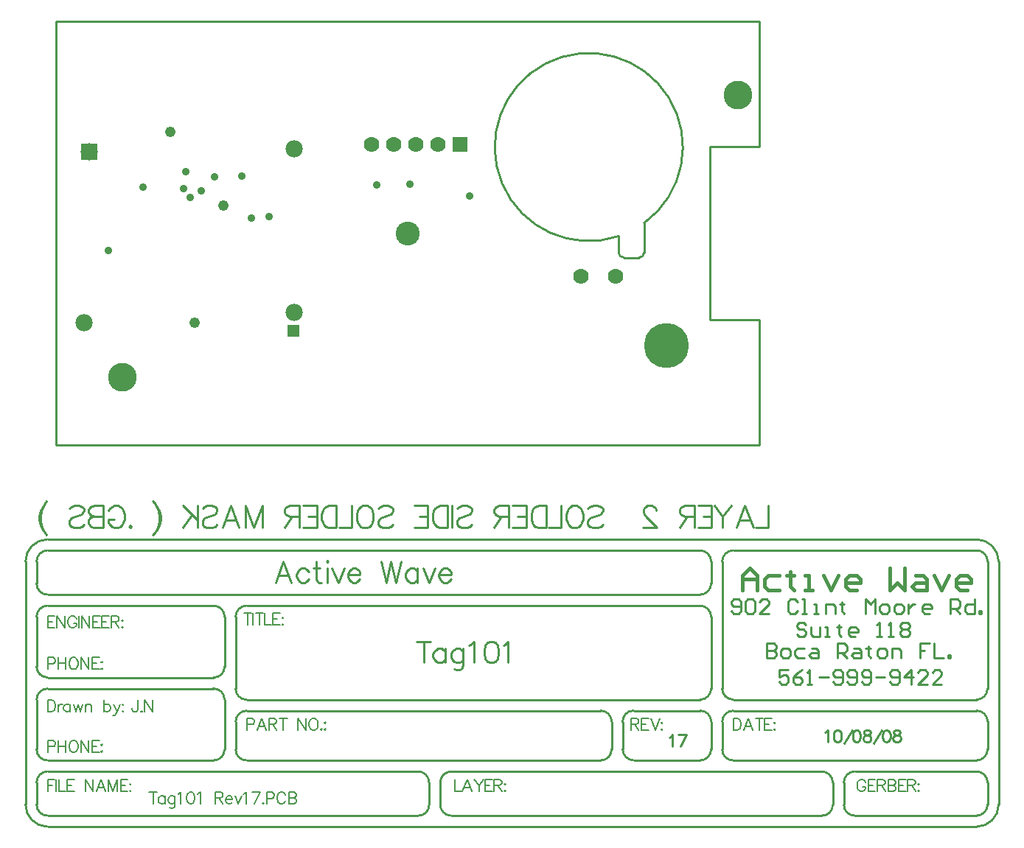
<source format=gbs>
%FSLAX23Y23*%
%MOIN*%
G70*
G01*
G75*
G04 Layer_Color=16711935*
%ADD10R,0.080X0.060*%
%ADD11R,0.091X0.067*%
%ADD12R,0.030X0.030*%
%ADD13R,0.030X0.030*%
%ADD14R,0.024X0.024*%
%ADD15R,0.098X0.138*%
%ADD16R,0.020X0.050*%
%ADD17R,0.080X0.120*%
%ADD18R,0.070X0.100*%
%ADD19R,0.100X0.070*%
%ADD20O,0.016X0.060*%
%ADD21R,0.014X0.035*%
%ADD22R,0.025X0.030*%
%ADD23R,0.100X0.100*%
%ADD24R,0.064X0.044*%
%ADD25R,0.014X0.035*%
%ADD26R,0.090X0.024*%
%ADD27R,0.024X0.100*%
%ADD28R,0.070X0.024*%
%ADD29R,0.024X0.090*%
%ADD30O,0.016X0.060*%
%ADD31R,0.075X0.043*%
%ADD32R,0.036X0.036*%
%ADD33R,0.036X0.050*%
%ADD34C,0.040*%
%ADD35R,0.074X0.045*%
%ADD36R,0.036X0.036*%
%ADD37R,0.050X0.036*%
%ADD38O,0.024X0.080*%
%ADD39C,0.015*%
%ADD40C,0.040*%
%ADD41C,0.006*%
%ADD42C,0.025*%
%ADD43C,0.010*%
%ADD44C,0.030*%
%ADD45C,0.012*%
%ADD46C,0.016*%
%ADD47C,0.014*%
%ADD48C,0.020*%
%ADD49C,0.008*%
%ADD50C,0.074*%
%ADD51C,0.005*%
%ADD52C,0.009*%
%ADD53C,0.062*%
%ADD54C,0.195*%
%ADD55C,0.070*%
%ADD56C,0.100*%
%ADD57C,0.122*%
%ADD58R,0.050X0.050*%
%ADD59C,0.028*%
%ADD60R,0.070X0.070*%
%ADD61R,0.062X0.062*%
%ADD62C,0.006*%
%ADD63C,0.010*%
%ADD64R,0.273X0.018*%
%ADD65R,0.088X0.068*%
%ADD66R,0.099X0.075*%
%ADD67R,0.038X0.038*%
%ADD68R,0.038X0.038*%
%ADD69R,0.032X0.032*%
%ADD70R,0.106X0.146*%
%ADD71R,0.028X0.058*%
%ADD72R,0.088X0.128*%
%ADD73R,0.078X0.108*%
%ADD74R,0.108X0.078*%
%ADD75O,0.024X0.068*%
%ADD76R,0.022X0.043*%
%ADD77R,0.033X0.038*%
%ADD78R,0.108X0.108*%
%ADD79R,0.072X0.052*%
%ADD80R,0.022X0.043*%
%ADD81R,0.098X0.032*%
%ADD82R,0.032X0.108*%
%ADD83R,0.078X0.032*%
%ADD84R,0.032X0.098*%
%ADD85O,0.024X0.068*%
%ADD86R,0.083X0.051*%
%ADD87R,0.044X0.044*%
%ADD88R,0.044X0.058*%
%ADD89C,0.048*%
%ADD90R,0.082X0.053*%
%ADD91R,0.044X0.044*%
%ADD92R,0.058X0.044*%
%ADD93O,0.032X0.088*%
%ADD94C,0.203*%
%ADD95C,0.078*%
%ADD96C,0.108*%
%ADD97C,0.130*%
%ADD98C,0.008*%
%ADD99R,0.008X0.008*%
%ADD100R,0.058X0.058*%
%ADD101C,0.036*%
%ADD102R,0.078X0.078*%
D39*
X3053Y-708D02*
Y-641D01*
X3086Y-608D01*
X3119Y-641D01*
Y-708D01*
Y-658D01*
X3053D01*
X3219Y-641D02*
X3169D01*
X3152Y-658D01*
Y-691D01*
X3169Y-708D01*
X3219D01*
X3269Y-625D02*
Y-641D01*
X3252D01*
X3286D01*
X3269D01*
Y-691D01*
X3286Y-708D01*
X3336D02*
X3369D01*
X3352D01*
Y-641D01*
X3336D01*
X3419D02*
X3452Y-708D01*
X3486Y-641D01*
X3569Y-708D02*
X3536D01*
X3519Y-691D01*
Y-658D01*
X3536Y-641D01*
X3569D01*
X3586Y-658D01*
Y-675D01*
X3519D01*
X3719Y-608D02*
Y-708D01*
X3752Y-675D01*
X3786Y-708D01*
Y-608D01*
X3836Y-641D02*
X3869D01*
X3886Y-658D01*
Y-708D01*
X3836D01*
X3819Y-691D01*
X3836Y-675D01*
X3886D01*
X3919Y-641D02*
X3952Y-708D01*
X3986Y-641D01*
X4069Y-708D02*
X4036D01*
X4019Y-691D01*
Y-658D01*
X4036Y-641D01*
X4069D01*
X4086Y-658D01*
Y-675D01*
X4019D01*
D43*
X3170Y-325D02*
Y-425D01*
X3113D01*
X3026D02*
X3064Y-325D01*
X3102Y-425D01*
X3088Y-392D02*
X3040D01*
X3002Y-325D02*
X2964Y-373D01*
Y-425D01*
X2926Y-325D02*
X2964Y-373D01*
X2851Y-325D02*
X2913D01*
Y-425D01*
X2851D01*
X2913Y-373D02*
X2875D01*
X2835Y-325D02*
Y-425D01*
Y-325D02*
X2792D01*
X2778Y-330D01*
X2773Y-335D01*
X2768Y-344D01*
Y-354D01*
X2773Y-363D01*
X2778Y-368D01*
X2792Y-373D01*
X2835D01*
X2802D02*
X2768Y-425D01*
X2662Y-349D02*
Y-344D01*
X2658Y-335D01*
X2653Y-330D01*
X2643Y-325D01*
X2624D01*
X2615Y-330D01*
X2610Y-335D01*
X2605Y-344D01*
Y-354D01*
X2610Y-363D01*
X2620Y-377D01*
X2667Y-425D01*
X2601D01*
X2354Y-339D02*
X2364Y-330D01*
X2378Y-325D01*
X2397D01*
X2412Y-330D01*
X2421Y-339D01*
Y-349D01*
X2416Y-358D01*
X2412Y-363D01*
X2402Y-368D01*
X2374Y-377D01*
X2364Y-382D01*
X2359Y-387D01*
X2354Y-396D01*
Y-411D01*
X2364Y-420D01*
X2378Y-425D01*
X2397D01*
X2412Y-420D01*
X2421Y-411D01*
X2304Y-325D02*
X2313Y-330D01*
X2323Y-339D01*
X2327Y-349D01*
X2332Y-363D01*
Y-387D01*
X2327Y-401D01*
X2323Y-411D01*
X2313Y-420D01*
X2304Y-425D01*
X2284D01*
X2275Y-420D01*
X2265Y-411D01*
X2261Y-401D01*
X2256Y-387D01*
Y-363D01*
X2261Y-349D01*
X2265Y-339D01*
X2275Y-330D01*
X2284Y-325D01*
X2304D01*
X2233D02*
Y-425D01*
X2175D01*
X2165Y-325D02*
Y-425D01*
Y-325D02*
X2131D01*
X2117Y-330D01*
X2107Y-339D01*
X2103Y-349D01*
X2098Y-363D01*
Y-387D01*
X2103Y-401D01*
X2107Y-411D01*
X2117Y-420D01*
X2131Y-425D01*
X2165D01*
X2014Y-325D02*
X2075D01*
Y-425D01*
X2014D01*
X2075Y-373D02*
X2037D01*
X1997Y-325D02*
Y-425D01*
Y-325D02*
X1954D01*
X1940Y-330D01*
X1935Y-335D01*
X1930Y-344D01*
Y-354D01*
X1935Y-363D01*
X1940Y-368D01*
X1954Y-373D01*
X1997D01*
X1964D02*
X1930Y-425D01*
X1763Y-339D02*
X1772Y-330D01*
X1786Y-325D01*
X1806D01*
X1820Y-330D01*
X1829Y-339D01*
Y-349D01*
X1825Y-358D01*
X1820Y-363D01*
X1810Y-368D01*
X1782Y-377D01*
X1772Y-382D01*
X1767Y-387D01*
X1763Y-396D01*
Y-411D01*
X1772Y-420D01*
X1786Y-425D01*
X1806D01*
X1820Y-420D01*
X1829Y-411D01*
X1740Y-325D02*
Y-425D01*
X1719Y-325D02*
Y-425D01*
Y-325D02*
X1686D01*
X1672Y-330D01*
X1662Y-339D01*
X1657Y-349D01*
X1653Y-363D01*
Y-387D01*
X1657Y-401D01*
X1662Y-411D01*
X1672Y-420D01*
X1686Y-425D01*
X1719D01*
X1568Y-325D02*
X1630D01*
Y-425D01*
X1568D01*
X1630Y-373D02*
X1592D01*
X1407Y-339D02*
X1416Y-330D01*
X1430Y-325D01*
X1449D01*
X1464Y-330D01*
X1473Y-339D01*
Y-349D01*
X1468Y-358D01*
X1464Y-363D01*
X1454Y-368D01*
X1426Y-377D01*
X1416Y-382D01*
X1411Y-387D01*
X1407Y-396D01*
Y-411D01*
X1416Y-420D01*
X1430Y-425D01*
X1449D01*
X1464Y-420D01*
X1473Y-411D01*
X1356Y-325D02*
X1365Y-330D01*
X1375Y-339D01*
X1379Y-349D01*
X1384Y-363D01*
Y-387D01*
X1379Y-401D01*
X1375Y-411D01*
X1365Y-420D01*
X1356Y-425D01*
X1337D01*
X1327Y-420D01*
X1318Y-411D01*
X1313Y-401D01*
X1308Y-387D01*
Y-363D01*
X1313Y-349D01*
X1318Y-339D01*
X1327Y-330D01*
X1337Y-325D01*
X1356D01*
X1285D02*
Y-425D01*
X1228D01*
X1217Y-325D02*
Y-425D01*
Y-325D02*
X1183D01*
X1169Y-330D01*
X1159Y-339D01*
X1155Y-349D01*
X1150Y-363D01*
Y-387D01*
X1155Y-401D01*
X1159Y-411D01*
X1169Y-420D01*
X1183Y-425D01*
X1217D01*
X1066Y-325D02*
X1128D01*
Y-425D01*
X1066D01*
X1128Y-373D02*
X1089D01*
X1049Y-325D02*
Y-425D01*
Y-325D02*
X1006D01*
X992Y-330D01*
X987Y-335D01*
X982Y-344D01*
Y-354D01*
X987Y-363D01*
X992Y-368D01*
X1006Y-373D01*
X1049D01*
X1016D02*
X982Y-425D01*
X881Y-325D02*
Y-425D01*
Y-325D02*
X843Y-425D01*
X805Y-325D02*
X843Y-425D01*
X805Y-325D02*
Y-425D01*
X701D02*
X739Y-325D01*
X777Y-425D01*
X762Y-392D02*
X715D01*
X611Y-339D02*
X620Y-330D01*
X634Y-325D01*
X653D01*
X668Y-330D01*
X677Y-339D01*
Y-349D01*
X672Y-358D01*
X668Y-363D01*
X658Y-368D01*
X630Y-377D01*
X620Y-382D01*
X615Y-387D01*
X611Y-396D01*
Y-411D01*
X620Y-420D01*
X634Y-425D01*
X653D01*
X668Y-420D01*
X677Y-411D01*
X588Y-325D02*
Y-425D01*
X522Y-325D02*
X588Y-392D01*
X564Y-368D02*
X522Y-425D01*
X387Y-306D02*
X397Y-315D01*
X406Y-330D01*
X416Y-349D01*
X421Y-373D01*
Y-392D01*
X416Y-415D01*
X406Y-435D01*
X397Y-449D01*
X387Y-458D01*
X397Y-315D02*
X406Y-335D01*
X411Y-349D01*
X416Y-373D01*
Y-392D01*
X411Y-415D01*
X406Y-430D01*
X397Y-449D01*
X285Y-415D02*
X290Y-420D01*
X285Y-425D01*
X280Y-420D01*
X285Y-415D01*
X187Y-349D02*
X192Y-339D01*
X201Y-330D01*
X211Y-325D01*
X230D01*
X239Y-330D01*
X249Y-339D01*
X253Y-349D01*
X258Y-363D01*
Y-387D01*
X253Y-401D01*
X249Y-411D01*
X239Y-420D01*
X230Y-425D01*
X211D01*
X201Y-420D01*
X192Y-411D01*
X187Y-401D01*
Y-387D01*
X211D02*
X187D01*
X164Y-325D02*
Y-425D01*
Y-325D02*
X121D01*
X107Y-330D01*
X102Y-335D01*
X97Y-344D01*
Y-354D01*
X102Y-363D01*
X107Y-368D01*
X121Y-373D01*
X164D02*
X121D01*
X107Y-377D01*
X102Y-382D01*
X97Y-392D01*
Y-406D01*
X102Y-415D01*
X107Y-420D01*
X121Y-425D01*
X164D01*
X8Y-339D02*
X18Y-330D01*
X32Y-325D01*
X51D01*
X65Y-330D01*
X75Y-339D01*
Y-349D01*
X70Y-358D01*
X65Y-363D01*
X56Y-368D01*
X27Y-377D01*
X18Y-382D01*
X13Y-387D01*
X8Y-396D01*
Y-411D01*
X18Y-420D01*
X32Y-425D01*
X51D01*
X65Y-420D01*
X75Y-411D01*
X-93Y-306D02*
X-102Y-315D01*
X-112Y-330D01*
X-121Y-349D01*
X-126Y-373D01*
Y-392D01*
X-121Y-415D01*
X-112Y-435D01*
X-102Y-449D01*
X-93Y-458D01*
X-102Y-315D02*
X-112Y-335D01*
X-116Y-349D01*
X-121Y-373D01*
Y-392D01*
X-116Y-415D01*
X-112Y-430D01*
X-102Y-449D01*
X2493Y820D02*
G03*
X2516Y797I23J0D01*
G01*
X2585D02*
G03*
X2608Y820I0J23D01*
G01*
X2608Y953D02*
G03*
X2493Y894I-250J344D01*
G01*
X2493Y820D02*
Y894D01*
X2516Y797D02*
X2585D01*
X2608Y820D02*
Y953D01*
X-50Y1865D02*
X3130D01*
Y1300D02*
Y1865D01*
X2905Y620D02*
Y1229D01*
X3130Y-50D02*
Y514D01*
X-50Y-50D02*
X3130D01*
X-50D02*
Y1865D01*
X2990Y514D02*
X3130D01*
X2905D02*
Y630D01*
Y514D02*
X3020D01*
X2905Y1215D02*
Y1300D01*
X3130D01*
X4161Y-1302D02*
G03*
X4112Y-1253I-49J0D01*
G01*
X3011D02*
G03*
X2961Y-1303I0J-50D01*
G01*
X4111Y-1203D02*
G03*
X4161Y-1153I0J50D01*
G01*
X2961D02*
G03*
X3011Y-1203I50J0D01*
G01*
X-89Y-478D02*
G03*
X-189Y-578I0J-100D01*
G01*
Y-1677D02*
G03*
X-90Y-1778I101J0D01*
G01*
X4111Y-1778D02*
G03*
X4211Y-1678I0J100D01*
G01*
Y-578D02*
G03*
X4111Y-478I-100J0D01*
G01*
X4161Y-577D02*
G03*
X4110Y-528I-49J0D01*
G01*
X4111Y-1478D02*
G03*
X4161Y-1428I0J50D01*
G01*
X4161Y-1577D02*
G03*
X4111Y-1528I-50J-1D01*
G01*
Y-1728D02*
G03*
X4161Y-1678I0J50D01*
G01*
X2861Y-1478D02*
G03*
X2911Y-1428I0J50D01*
G01*
X2961Y-1429D02*
G03*
X3011Y-1478I49J0D01*
G01*
X2911Y-1302D02*
G03*
X2862Y-1253I-49J0D01*
G01*
X-139Y-1678D02*
G03*
X-90Y-1728I50J0D01*
G01*
X2862Y-1203D02*
G03*
X2911Y-1153I-1J50D01*
G01*
X-89Y-1528D02*
G03*
X-139Y-1578I0J-50D01*
G01*
X2911Y-828D02*
G03*
X2861Y-778I-50J0D01*
G01*
Y-728D02*
G03*
X2911Y-678I0J50D01*
G01*
X3011Y-528D02*
G03*
X2961Y-578I0J-50D01*
G01*
X2911D02*
G03*
X2861Y-528I-50J0D01*
G01*
X-89D02*
G03*
X-139Y-578I0J-50D01*
G01*
Y-678D02*
G03*
X-89Y-728I50J0D01*
G01*
Y-778D02*
G03*
X-139Y-828I0J-50D01*
G01*
Y-1053D02*
G03*
X-89Y-1103I50J0D01*
G01*
Y-1153D02*
G03*
X-139Y-1203I0J-50D01*
G01*
Y-1428D02*
G03*
X-90Y-1478I50J0D01*
G01*
X811Y-778D02*
G03*
X761Y-828I0J-50D01*
G01*
X811Y-1253D02*
G03*
X761Y-1303I0J-50D01*
G01*
X2559Y-1253D02*
G03*
X2511Y-1304I0J-48D01*
G01*
X2511Y-1427D02*
G03*
X2561Y-1478I51J0D01*
G01*
X2412Y-1478D02*
G03*
X2461Y-1428I0J49D01*
G01*
X2461Y-1302D02*
G03*
X2412Y-1253I-49J0D01*
G01*
X662Y-1478D02*
G03*
X711Y-1429I0J49D01*
G01*
X761D02*
G03*
X810Y-1478I49J0D01*
G01*
X761Y-1154D02*
G03*
X810Y-1203I49J0D01*
G01*
X711Y-1202D02*
G03*
X660Y-1153I-49J0D01*
G01*
X663Y-1103D02*
G03*
X711Y-1055I0J48D01*
G01*
Y-827D02*
G03*
X662Y-778I-49J0D01*
G01*
X3561Y-1528D02*
G03*
X3511Y-1578I0J-50D01*
G01*
Y-1679D02*
G03*
X3561Y-1728I49J0D01*
G01*
X3412Y-1728D02*
G03*
X3461Y-1679I1J48D01*
G01*
X3461Y-1578D02*
G03*
X3411Y-1528I-50J0D01*
G01*
X1686Y-1678D02*
G03*
X1735Y-1728I50J0D01*
G01*
X1736Y-1528D02*
G03*
X1686Y-1578I0J-50D01*
G01*
X1587Y-1728D02*
G03*
X1636Y-1679I1J48D01*
G01*
X1636Y-1578D02*
G03*
X1586Y-1528I-50J0D01*
G01*
X4161Y-1428D02*
Y-1302D01*
X2961Y-1428D02*
Y-1303D01*
X4161Y-1153D02*
Y-578D01*
X2961Y-1153D02*
Y-578D01*
X-189Y-1678D02*
Y-578D01*
X-139Y-1678D02*
Y-1578D01*
X4161Y-1678D02*
Y-1578D01*
X2911Y-1428D02*
Y-1303D01*
X2511Y-1428D02*
Y-1303D01*
X761Y-1428D02*
Y-1303D01*
X2461Y-1428D02*
Y-1303D01*
X761Y-1153D02*
Y-828D01*
X2911Y-1153D02*
Y-828D01*
Y-678D02*
Y-578D01*
X-139Y-678D02*
Y-578D01*
X711Y-1053D02*
Y-828D01*
X-139Y-1053D02*
Y-828D01*
X711Y-1428D02*
Y-1203D01*
X-139Y-1428D02*
Y-1203D01*
X4211Y-1678D02*
Y-578D01*
X3511Y-1678D02*
Y-1578D01*
X3461Y-1678D02*
Y-1578D01*
X1686Y-1678D02*
Y-1578D01*
X1636Y-1678D02*
Y-1578D01*
X3011Y-1253D02*
X4111D01*
X3011Y-1203D02*
X4111D01*
X811D02*
X2861D01*
X3011Y-528D02*
X4111D01*
X3011Y-1478D02*
X4111D01*
X2561Y-1253D02*
X2861D01*
X2561Y-1478D02*
X2861D01*
X811D02*
X2411D01*
X811Y-1253D02*
X2411D01*
X811Y-778D02*
X2861D01*
X-89Y-728D02*
X2861D01*
X-89Y-778D02*
X661D01*
X-89Y-1103D02*
X661D01*
X-89Y-1153D02*
X661D01*
X-89Y-1478D02*
X661D01*
X-89Y-478D02*
X4111D01*
X-89Y-1778D02*
X4111D01*
X-89Y-528D02*
X2861D01*
X3561Y-1528D02*
X4111D01*
X3561Y-1728D02*
X4111D01*
X1736Y-1528D02*
X3411D01*
X-89D02*
X1586D01*
X-89Y-1728D02*
X1586D01*
X1736D02*
X3411D01*
X3340Y-865D02*
X3330Y-854D01*
X3308D01*
X3298Y-865D01*
Y-875D01*
X3308Y-886D01*
X3330D01*
X3340Y-897D01*
Y-907D01*
X3330Y-918D01*
X3308D01*
X3298Y-907D01*
X3362Y-875D02*
Y-907D01*
X3372Y-918D01*
X3404D01*
Y-875D01*
X3425Y-918D02*
X3447D01*
X3436D01*
Y-875D01*
X3425D01*
X3489Y-865D02*
Y-875D01*
X3479D01*
X3500D01*
X3489D01*
Y-907D01*
X3500Y-918D01*
X3564D02*
X3543D01*
X3532Y-907D01*
Y-886D01*
X3543Y-875D01*
X3564D01*
X3575Y-886D01*
Y-897D01*
X3532D01*
X3660Y-918D02*
X3681D01*
X3671D01*
Y-854D01*
X3660Y-865D01*
X3713Y-918D02*
X3735D01*
X3724D01*
Y-854D01*
X3713Y-865D01*
X3767D02*
X3777Y-854D01*
X3799D01*
X3809Y-865D01*
Y-875D01*
X3799Y-886D01*
X3809Y-897D01*
Y-907D01*
X3799Y-918D01*
X3777D01*
X3767Y-907D01*
Y-897D01*
X3777Y-886D01*
X3767Y-875D01*
Y-865D01*
X3777Y-886D02*
X3799D01*
X3260Y-1069D02*
X3218D01*
Y-1101D01*
X3239Y-1090D01*
X3250D01*
X3260Y-1101D01*
Y-1122D01*
X3250Y-1133D01*
X3228D01*
X3218Y-1122D01*
X3324Y-1069D02*
X3303Y-1080D01*
X3282Y-1101D01*
Y-1122D01*
X3292Y-1133D01*
X3313D01*
X3324Y-1122D01*
Y-1112D01*
X3313Y-1101D01*
X3282D01*
X3345Y-1133D02*
X3367D01*
X3356D01*
Y-1069D01*
X3345Y-1080D01*
X3399Y-1101D02*
X3441D01*
X3463Y-1122D02*
X3473Y-1133D01*
X3495D01*
X3505Y-1122D01*
Y-1080D01*
X3495Y-1069D01*
X3473D01*
X3463Y-1080D01*
Y-1090D01*
X3473Y-1101D01*
X3505D01*
X3527Y-1122D02*
X3537Y-1133D01*
X3559D01*
X3569Y-1122D01*
Y-1080D01*
X3559Y-1069D01*
X3537D01*
X3527Y-1080D01*
Y-1090D01*
X3537Y-1101D01*
X3569D01*
X3591Y-1122D02*
X3601Y-1133D01*
X3623D01*
X3633Y-1122D01*
Y-1080D01*
X3623Y-1069D01*
X3601D01*
X3591Y-1080D01*
Y-1090D01*
X3601Y-1101D01*
X3633D01*
X3655D02*
X3697D01*
X3719Y-1122D02*
X3729Y-1133D01*
X3751D01*
X3761Y-1122D01*
Y-1080D01*
X3751Y-1069D01*
X3729D01*
X3719Y-1080D01*
Y-1090D01*
X3729Y-1101D01*
X3761D01*
X3815Y-1133D02*
Y-1069D01*
X3783Y-1101D01*
X3825D01*
X3889Y-1133D02*
X3847D01*
X3889Y-1090D01*
Y-1080D01*
X3879Y-1069D01*
X3857D01*
X3847Y-1080D01*
X3953Y-1133D02*
X3911D01*
X3953Y-1090D01*
Y-1080D01*
X3943Y-1069D01*
X3921D01*
X3911Y-1080D01*
X3003Y-802D02*
X3013Y-813D01*
X3035D01*
X3045Y-802D01*
Y-760D01*
X3035Y-749D01*
X3013D01*
X3003Y-760D01*
Y-770D01*
X3013Y-781D01*
X3045D01*
X3067Y-760D02*
X3077Y-749D01*
X3098D01*
X3109Y-760D01*
Y-802D01*
X3098Y-813D01*
X3077D01*
X3067Y-802D01*
Y-760D01*
X3173Y-813D02*
X3130D01*
X3173Y-770D01*
Y-760D01*
X3162Y-749D01*
X3141D01*
X3130Y-760D01*
X3301D02*
X3290Y-749D01*
X3269D01*
X3258Y-760D01*
Y-802D01*
X3269Y-813D01*
X3290D01*
X3301Y-802D01*
X3322Y-813D02*
X3344D01*
X3333D01*
Y-749D01*
X3322D01*
X3376Y-813D02*
X3397D01*
X3386D01*
Y-770D01*
X3376D01*
X3429Y-813D02*
Y-770D01*
X3461D01*
X3472Y-781D01*
Y-813D01*
X3504Y-760D02*
Y-770D01*
X3493D01*
X3514D01*
X3504D01*
Y-802D01*
X3514Y-813D01*
X3610D02*
Y-749D01*
X3632Y-770D01*
X3653Y-749D01*
Y-813D01*
X3685D02*
X3706D01*
X3717Y-802D01*
Y-781D01*
X3706Y-770D01*
X3685D01*
X3674Y-781D01*
Y-802D01*
X3685Y-813D01*
X3749D02*
X3770D01*
X3781Y-802D01*
Y-781D01*
X3770Y-770D01*
X3749D01*
X3738Y-781D01*
Y-802D01*
X3749Y-813D01*
X3802Y-770D02*
Y-813D01*
Y-792D01*
X3813Y-781D01*
X3824Y-770D01*
X3834D01*
X3898Y-813D02*
X3877D01*
X3866Y-802D01*
Y-781D01*
X3877Y-770D01*
X3898D01*
X3909Y-781D01*
Y-792D01*
X3866D01*
X3994Y-813D02*
Y-749D01*
X4026D01*
X4037Y-760D01*
Y-781D01*
X4026Y-792D01*
X3994D01*
X4016D02*
X4037Y-813D01*
X4101Y-749D02*
Y-813D01*
X4069D01*
X4058Y-802D01*
Y-781D01*
X4069Y-770D01*
X4101D01*
X4122Y-813D02*
Y-802D01*
X4133D01*
Y-813D01*
X4122D01*
X3163Y-949D02*
Y-1013D01*
X3195D01*
X3205Y-1002D01*
Y-992D01*
X3195Y-981D01*
X3163D01*
X3195D01*
X3205Y-970D01*
Y-960D01*
X3195Y-949D01*
X3163D01*
X3237Y-1013D02*
X3258D01*
X3269Y-1002D01*
Y-981D01*
X3258Y-970D01*
X3237D01*
X3227Y-981D01*
Y-1002D01*
X3237Y-1013D01*
X3333Y-970D02*
X3301D01*
X3290Y-981D01*
Y-1002D01*
X3301Y-1013D01*
X3333D01*
X3365Y-970D02*
X3386D01*
X3397Y-981D01*
Y-1013D01*
X3365D01*
X3354Y-1002D01*
X3365Y-992D01*
X3397D01*
X3482Y-1013D02*
Y-949D01*
X3514D01*
X3525Y-960D01*
Y-981D01*
X3514Y-992D01*
X3482D01*
X3504D02*
X3525Y-1013D01*
X3557Y-970D02*
X3578D01*
X3589Y-981D01*
Y-1013D01*
X3557D01*
X3546Y-1002D01*
X3557Y-992D01*
X3589D01*
X3621Y-960D02*
Y-970D01*
X3610D01*
X3632D01*
X3621D01*
Y-1002D01*
X3632Y-1013D01*
X3674D02*
X3696D01*
X3706Y-1002D01*
Y-981D01*
X3696Y-970D01*
X3674D01*
X3664Y-981D01*
Y-1002D01*
X3674Y-1013D01*
X3728D02*
Y-970D01*
X3760D01*
X3770Y-981D01*
Y-1013D01*
X3898Y-949D02*
X3856D01*
Y-981D01*
X3877D01*
X3856D01*
Y-1013D01*
X3920Y-949D02*
Y-1013D01*
X3962D01*
X3984D02*
Y-1002D01*
X3994D01*
Y-1013D01*
X3984D01*
D49*
X319Y-1206D02*
Y-1247D01*
X317Y-1254D01*
X314Y-1257D01*
X309Y-1259D01*
X304D01*
X299Y-1257D01*
X296Y-1254D01*
X294Y-1247D01*
Y-1241D01*
X336Y-1254D02*
X333Y-1257D01*
X336Y-1259D01*
X338Y-1257D01*
X336Y-1254D01*
X350Y-1206D02*
Y-1259D01*
Y-1206D02*
X385Y-1259D01*
Y-1206D02*
Y-1259D01*
D51*
X388Y-1622D02*
Y-1675D01*
X370Y-1622D02*
X406D01*
X442Y-1639D02*
Y-1675D01*
Y-1647D02*
X437Y-1642D01*
X432Y-1639D01*
X425D01*
X420Y-1642D01*
X414Y-1647D01*
X412Y-1655D01*
Y-1660D01*
X414Y-1667D01*
X420Y-1672D01*
X425Y-1675D01*
X432D01*
X437Y-1672D01*
X442Y-1667D01*
X487Y-1639D02*
Y-1680D01*
X485Y-1688D01*
X482Y-1690D01*
X477Y-1693D01*
X469D01*
X464Y-1690D01*
X487Y-1647D02*
X482Y-1642D01*
X477Y-1639D01*
X469D01*
X464Y-1642D01*
X459Y-1647D01*
X457Y-1655D01*
Y-1660D01*
X459Y-1667D01*
X464Y-1672D01*
X469Y-1675D01*
X477D01*
X482Y-1672D01*
X487Y-1667D01*
X501Y-1632D02*
X506Y-1629D01*
X514Y-1622D01*
Y-1675D01*
X556Y-1622D02*
X548Y-1624D01*
X543Y-1632D01*
X540Y-1645D01*
Y-1652D01*
X543Y-1665D01*
X548Y-1672D01*
X556Y-1675D01*
X561D01*
X568Y-1672D01*
X573Y-1665D01*
X576Y-1652D01*
Y-1645D01*
X573Y-1632D01*
X568Y-1624D01*
X561Y-1622D01*
X556D01*
X588Y-1632D02*
X593Y-1629D01*
X601Y-1622D01*
Y-1675D01*
X669Y-1622D02*
Y-1675D01*
Y-1622D02*
X692D01*
X699Y-1624D01*
X702Y-1627D01*
X704Y-1632D01*
Y-1637D01*
X702Y-1642D01*
X699Y-1645D01*
X692Y-1647D01*
X669D01*
X687D02*
X704Y-1675D01*
X716Y-1655D02*
X747D01*
Y-1650D01*
X744Y-1645D01*
X742Y-1642D01*
X737Y-1639D01*
X729D01*
X724Y-1642D01*
X719Y-1647D01*
X716Y-1655D01*
Y-1660D01*
X719Y-1667D01*
X724Y-1672D01*
X729Y-1675D01*
X737D01*
X742Y-1672D01*
X747Y-1667D01*
X758Y-1639D02*
X773Y-1675D01*
X789Y-1639D02*
X773Y-1675D01*
X797Y-1632D02*
X802Y-1629D01*
X810Y-1622D01*
Y-1675D01*
X872Y-1622D02*
X847Y-1675D01*
X836Y-1622D02*
X872D01*
X886Y-1670D02*
X884Y-1672D01*
X886Y-1675D01*
X889Y-1672D01*
X886Y-1670D01*
X901Y-1650D02*
X924D01*
X931Y-1647D01*
X934Y-1645D01*
X936Y-1639D01*
Y-1632D01*
X934Y-1627D01*
X931Y-1624D01*
X924Y-1622D01*
X901D01*
Y-1675D01*
X986Y-1634D02*
X984Y-1629D01*
X979Y-1624D01*
X974Y-1622D01*
X963D01*
X958Y-1624D01*
X953Y-1629D01*
X951Y-1634D01*
X948Y-1642D01*
Y-1655D01*
X951Y-1662D01*
X953Y-1667D01*
X958Y-1672D01*
X963Y-1675D01*
X974D01*
X979Y-1672D01*
X984Y-1667D01*
X986Y-1662D01*
X1001Y-1622D02*
Y-1675D01*
Y-1622D02*
X1024D01*
X1032Y-1624D01*
X1034Y-1627D01*
X1037Y-1632D01*
Y-1637D01*
X1034Y-1642D01*
X1032Y-1645D01*
X1024Y-1647D01*
X1001D02*
X1024D01*
X1032Y-1650D01*
X1034Y-1652D01*
X1037Y-1657D01*
Y-1665D01*
X1034Y-1670D01*
X1032Y-1672D01*
X1024Y-1675D01*
X1001D01*
X3011Y-1287D02*
Y-1341D01*
Y-1287D02*
X3029D01*
X3036Y-1290D01*
X3041Y-1295D01*
X3044Y-1300D01*
X3046Y-1308D01*
Y-1320D01*
X3044Y-1328D01*
X3041Y-1333D01*
X3036Y-1338D01*
X3029Y-1341D01*
X3011D01*
X3099D02*
X3079Y-1287D01*
X3058Y-1341D01*
X3066Y-1323D02*
X3091D01*
X3129Y-1287D02*
Y-1341D01*
X3111Y-1287D02*
X3147D01*
X3186D02*
X3153D01*
Y-1341D01*
X3186D01*
X3153Y-1313D02*
X3174D01*
X3198Y-1305D02*
X3195Y-1308D01*
X3198Y-1310D01*
X3200Y-1308D01*
X3198Y-1305D01*
Y-1336D02*
X3195Y-1338D01*
X3198Y-1341D01*
X3200Y-1338D01*
X3198Y-1336D01*
X2548Y-1287D02*
Y-1341D01*
Y-1287D02*
X2571D01*
X2579Y-1290D01*
X2581Y-1292D01*
X2584Y-1298D01*
Y-1303D01*
X2581Y-1308D01*
X2579Y-1310D01*
X2571Y-1313D01*
X2548D01*
X2566D02*
X2584Y-1341D01*
X2629Y-1287D02*
X2596D01*
Y-1341D01*
X2629D01*
X2596Y-1313D02*
X2616D01*
X2638Y-1287D02*
X2658Y-1341D01*
X2678Y-1287D02*
X2658Y-1341D01*
X2688Y-1305D02*
X2685Y-1308D01*
X2688Y-1310D01*
X2690Y-1308D01*
X2688Y-1305D01*
Y-1336D02*
X2685Y-1338D01*
X2688Y-1341D01*
X2690Y-1338D01*
X2688Y-1336D01*
X-89Y-1040D02*
X-66D01*
X-59Y-1038D01*
X-56Y-1035D01*
X-54Y-1030D01*
Y-1023D01*
X-56Y-1017D01*
X-59Y-1015D01*
X-66Y-1012D01*
X-89D01*
Y-1066D01*
X-42Y-1012D02*
Y-1066D01*
X-6Y-1012D02*
Y-1066D01*
X-42Y-1038D02*
X-6D01*
X24Y-1012D02*
X19Y-1015D01*
X14Y-1020D01*
X11Y-1025D01*
X9Y-1033D01*
Y-1045D01*
X11Y-1053D01*
X14Y-1058D01*
X19Y-1063D01*
X24Y-1066D01*
X34D01*
X39Y-1063D01*
X44Y-1058D01*
X47Y-1053D01*
X49Y-1045D01*
Y-1033D01*
X47Y-1025D01*
X44Y-1020D01*
X39Y-1015D01*
X34Y-1012D01*
X24D01*
X62D02*
Y-1066D01*
Y-1012D02*
X97Y-1066D01*
Y-1012D02*
Y-1066D01*
X145Y-1012D02*
X112D01*
Y-1066D01*
X145D01*
X112Y-1038D02*
X132D01*
X156Y-1030D02*
X154Y-1033D01*
X156Y-1035D01*
X159Y-1033D01*
X156Y-1030D01*
Y-1061D02*
X154Y-1063D01*
X156Y-1066D01*
X159Y-1063D01*
X156Y-1061D01*
X-89Y-1415D02*
X-66D01*
X-59Y-1413D01*
X-56Y-1410D01*
X-54Y-1405D01*
Y-1398D01*
X-56Y-1392D01*
X-59Y-1390D01*
X-66Y-1387D01*
X-89D01*
Y-1441D01*
X-42Y-1387D02*
Y-1441D01*
X-6Y-1387D02*
Y-1441D01*
X-42Y-1413D02*
X-6D01*
X24Y-1387D02*
X19Y-1390D01*
X14Y-1395D01*
X11Y-1400D01*
X9Y-1408D01*
Y-1420D01*
X11Y-1428D01*
X14Y-1433D01*
X19Y-1438D01*
X24Y-1441D01*
X34D01*
X39Y-1438D01*
X44Y-1433D01*
X47Y-1428D01*
X49Y-1420D01*
Y-1408D01*
X47Y-1400D01*
X44Y-1395D01*
X39Y-1390D01*
X34Y-1387D01*
X24D01*
X62D02*
Y-1441D01*
Y-1387D02*
X97Y-1441D01*
Y-1387D02*
Y-1441D01*
X145Y-1387D02*
X112D01*
Y-1441D01*
X145D01*
X112Y-1413D02*
X132D01*
X156Y-1405D02*
X154Y-1408D01*
X156Y-1410D01*
X159Y-1408D01*
X156Y-1405D01*
Y-1436D02*
X154Y-1438D01*
X156Y-1441D01*
X159Y-1438D01*
X156Y-1436D01*
X1751Y-1565D02*
Y-1618D01*
X1781D01*
X1828D02*
X1808Y-1565D01*
X1787Y-1618D01*
X1795Y-1600D02*
X1820D01*
X1840Y-1565D02*
X1861Y-1590D01*
Y-1618D01*
X1881Y-1565D02*
X1861Y-1590D01*
X1921Y-1565D02*
X1888D01*
Y-1618D01*
X1921D01*
X1888Y-1590D02*
X1908D01*
X1930Y-1565D02*
Y-1618D01*
Y-1565D02*
X1953D01*
X1960Y-1567D01*
X1963Y-1570D01*
X1965Y-1575D01*
Y-1580D01*
X1963Y-1585D01*
X1960Y-1588D01*
X1953Y-1590D01*
X1930D01*
X1947D02*
X1965Y-1618D01*
X1980Y-1583D02*
X1977Y-1585D01*
X1980Y-1588D01*
X1982Y-1585D01*
X1980Y-1583D01*
Y-1613D02*
X1977Y-1616D01*
X1980Y-1618D01*
X1982Y-1616D01*
X1980Y-1613D01*
X-56Y-825D02*
X-89D01*
Y-878D01*
X-56D01*
X-89Y-850D02*
X-69D01*
X-47Y-825D02*
Y-878D01*
Y-825D02*
X-12Y-878D01*
Y-825D02*
Y-878D01*
X41Y-838D02*
X39Y-832D01*
X34Y-827D01*
X28Y-825D01*
X18D01*
X13Y-827D01*
X8Y-832D01*
X6Y-838D01*
X3Y-845D01*
Y-858D01*
X6Y-865D01*
X8Y-871D01*
X13Y-876D01*
X18Y-878D01*
X28D01*
X34Y-876D01*
X39Y-871D01*
X41Y-865D01*
Y-858D01*
X28D02*
X41D01*
X53Y-825D02*
Y-878D01*
X65Y-825D02*
Y-878D01*
Y-825D02*
X100Y-878D01*
Y-825D02*
Y-878D01*
X148Y-825D02*
X115D01*
Y-878D01*
X148D01*
X115Y-850D02*
X135D01*
X190Y-825D02*
X157D01*
Y-878D01*
X190D01*
X157Y-850D02*
X177D01*
X199Y-825D02*
Y-878D01*
Y-825D02*
X221D01*
X229Y-827D01*
X232Y-830D01*
X234Y-835D01*
Y-840D01*
X232Y-845D01*
X229Y-848D01*
X221Y-850D01*
X199D01*
X216D02*
X234Y-878D01*
X249Y-843D02*
X246Y-845D01*
X249Y-848D01*
X251Y-845D01*
X249Y-843D01*
Y-873D02*
X246Y-876D01*
X249Y-878D01*
X251Y-876D01*
X249Y-873D01*
X811Y-1315D02*
X834D01*
X841Y-1313D01*
X844Y-1310D01*
X846Y-1305D01*
Y-1298D01*
X844Y-1292D01*
X841Y-1290D01*
X834Y-1287D01*
X811D01*
Y-1341D01*
X899D02*
X879Y-1287D01*
X858Y-1341D01*
X866Y-1323D02*
X891D01*
X911Y-1287D02*
Y-1341D01*
Y-1287D02*
X934D01*
X942Y-1290D01*
X944Y-1292D01*
X947Y-1298D01*
Y-1303D01*
X944Y-1308D01*
X942Y-1310D01*
X934Y-1313D01*
X911D01*
X929D02*
X947Y-1341D01*
X977Y-1287D02*
Y-1341D01*
X959Y-1287D02*
X995D01*
X1043D02*
Y-1341D01*
Y-1287D02*
X1078Y-1341D01*
Y-1287D02*
Y-1341D01*
X1108Y-1287D02*
X1103Y-1290D01*
X1098Y-1295D01*
X1096Y-1300D01*
X1093Y-1308D01*
Y-1320D01*
X1096Y-1328D01*
X1098Y-1333D01*
X1103Y-1338D01*
X1108Y-1341D01*
X1118D01*
X1123Y-1338D01*
X1129Y-1333D01*
X1131Y-1328D01*
X1134Y-1320D01*
Y-1308D01*
X1131Y-1300D01*
X1129Y-1295D01*
X1123Y-1290D01*
X1118Y-1287D01*
X1108D01*
X1149Y-1336D02*
X1146Y-1338D01*
X1149Y-1341D01*
X1151Y-1338D01*
X1149Y-1336D01*
X1165Y-1305D02*
X1163Y-1308D01*
X1165Y-1310D01*
X1168Y-1308D01*
X1165Y-1305D01*
Y-1336D02*
X1163Y-1338D01*
X1165Y-1341D01*
X1168Y-1338D01*
X1165Y-1336D01*
X816Y-812D02*
Y-866D01*
X798Y-812D02*
X834D01*
X840D02*
Y-866D01*
X869Y-812D02*
Y-866D01*
X851Y-812D02*
X887D01*
X893D02*
Y-866D01*
X924D01*
X963Y-812D02*
X930D01*
Y-866D01*
X963D01*
X930Y-838D02*
X950D01*
X974Y-830D02*
X972Y-833D01*
X974Y-835D01*
X977Y-833D01*
X974Y-830D01*
Y-861D02*
X972Y-863D01*
X974Y-866D01*
X977Y-863D01*
X974Y-861D01*
X-89Y-1205D02*
Y-1258D01*
Y-1205D02*
X-71D01*
X-64Y-1207D01*
X-59Y-1212D01*
X-56Y-1218D01*
X-54Y-1225D01*
Y-1238D01*
X-56Y-1245D01*
X-59Y-1251D01*
X-64Y-1256D01*
X-71Y-1258D01*
X-89D01*
X-42Y-1223D02*
Y-1258D01*
Y-1238D02*
X-39Y-1230D01*
X-34Y-1225D01*
X-29Y-1223D01*
X-21D01*
X14D02*
Y-1258D01*
Y-1230D02*
X9Y-1225D01*
X4Y-1223D01*
X-4D01*
X-9Y-1225D01*
X-14Y-1230D01*
X-16Y-1238D01*
Y-1243D01*
X-14Y-1251D01*
X-9Y-1256D01*
X-4Y-1258D01*
X4D01*
X9Y-1256D01*
X14Y-1251D01*
X28Y-1223D02*
X38Y-1258D01*
X49Y-1223D02*
X38Y-1258D01*
X49Y-1223D02*
X59Y-1258D01*
X69Y-1223D02*
X59Y-1258D01*
X81Y-1223D02*
Y-1258D01*
Y-1233D02*
X89Y-1225D01*
X94Y-1223D01*
X102D01*
X107Y-1225D01*
X109Y-1233D01*
Y-1258D01*
X165Y-1205D02*
Y-1258D01*
Y-1230D02*
X170Y-1225D01*
X175Y-1223D01*
X183D01*
X188Y-1225D01*
X193Y-1230D01*
X196Y-1238D01*
Y-1243D01*
X193Y-1251D01*
X188Y-1256D01*
X183Y-1258D01*
X175D01*
X170Y-1256D01*
X165Y-1251D01*
X210Y-1223D02*
X225Y-1258D01*
X240Y-1223D02*
X225Y-1258D01*
X220Y-1268D01*
X215Y-1273D01*
X210Y-1276D01*
X207D01*
X251Y-1223D02*
X249Y-1225D01*
X251Y-1228D01*
X254Y-1225D01*
X251Y-1223D01*
Y-1253D02*
X249Y-1256D01*
X251Y-1258D01*
X254Y-1256D01*
X251Y-1253D01*
X-89Y-1565D02*
Y-1618D01*
Y-1565D02*
X-56D01*
X-89Y-1590D02*
X-69D01*
X-50Y-1565D02*
Y-1618D01*
X-39Y-1565D02*
Y-1618D01*
X-8D01*
X31Y-1565D02*
X-2D01*
Y-1618D01*
X31D01*
X-2Y-1590D02*
X18D01*
X81Y-1565D02*
Y-1618D01*
Y-1565D02*
X117Y-1618D01*
Y-1565D02*
Y-1618D01*
X172D02*
X152Y-1565D01*
X132Y-1618D01*
X139Y-1600D02*
X165D01*
X185Y-1565D02*
Y-1618D01*
Y-1565D02*
X205Y-1618D01*
X225Y-1565D02*
X205Y-1618D01*
X225Y-1565D02*
Y-1618D01*
X274Y-1565D02*
X241D01*
Y-1618D01*
X274D01*
X241Y-1590D02*
X261D01*
X285Y-1583D02*
X282Y-1585D01*
X285Y-1588D01*
X287Y-1585D01*
X285Y-1583D01*
Y-1613D02*
X282Y-1616D01*
X285Y-1618D01*
X287Y-1616D01*
X285Y-1613D01*
X3609Y-1578D02*
X3606Y-1572D01*
X3601Y-1567D01*
X3596Y-1565D01*
X3586D01*
X3581Y-1567D01*
X3576Y-1572D01*
X3573Y-1578D01*
X3571Y-1585D01*
Y-1598D01*
X3573Y-1605D01*
X3576Y-1611D01*
X3581Y-1616D01*
X3586Y-1618D01*
X3596D01*
X3601Y-1616D01*
X3606Y-1611D01*
X3609Y-1605D01*
Y-1598D01*
X3596D02*
X3609D01*
X3654Y-1565D02*
X3621D01*
Y-1618D01*
X3654D01*
X3621Y-1590D02*
X3642D01*
X3663Y-1565D02*
Y-1618D01*
Y-1565D02*
X3686D01*
X3694Y-1567D01*
X3696Y-1570D01*
X3699Y-1575D01*
Y-1580D01*
X3696Y-1585D01*
X3694Y-1588D01*
X3686Y-1590D01*
X3663D01*
X3681D02*
X3699Y-1618D01*
X3711Y-1565D02*
Y-1618D01*
Y-1565D02*
X3733D01*
X3741Y-1567D01*
X3744Y-1570D01*
X3746Y-1575D01*
Y-1580D01*
X3744Y-1585D01*
X3741Y-1588D01*
X3733Y-1590D01*
X3711D02*
X3733D01*
X3741Y-1593D01*
X3744Y-1595D01*
X3746Y-1600D01*
Y-1608D01*
X3744Y-1613D01*
X3741Y-1616D01*
X3733Y-1618D01*
X3711D01*
X3791Y-1565D02*
X3758D01*
Y-1618D01*
X3791D01*
X3758Y-1590D02*
X3778D01*
X3800Y-1565D02*
Y-1618D01*
Y-1565D02*
X3823D01*
X3830Y-1567D01*
X3833Y-1570D01*
X3835Y-1575D01*
Y-1580D01*
X3833Y-1585D01*
X3830Y-1588D01*
X3823Y-1590D01*
X3800D01*
X3818D02*
X3835Y-1618D01*
X3850Y-1583D02*
X3847Y-1585D01*
X3850Y-1588D01*
X3853Y-1585D01*
X3850Y-1583D01*
Y-1613D02*
X3847Y-1616D01*
X3850Y-1618D01*
X3853Y-1616D01*
X3850Y-1613D01*
D52*
X3426Y-1350D02*
X3431Y-1348D01*
X3438Y-1340D01*
Y-1394D01*
X3480Y-1340D02*
X3472Y-1343D01*
X3467Y-1350D01*
X3465Y-1363D01*
Y-1371D01*
X3467Y-1383D01*
X3472Y-1391D01*
X3480Y-1394D01*
X3485D01*
X3493Y-1391D01*
X3498Y-1383D01*
X3500Y-1371D01*
Y-1363D01*
X3498Y-1350D01*
X3493Y-1343D01*
X3485Y-1340D01*
X3480D01*
X3512Y-1401D02*
X3548Y-1340D01*
X3567D02*
X3559Y-1343D01*
X3554Y-1350D01*
X3551Y-1363D01*
Y-1371D01*
X3554Y-1383D01*
X3559Y-1391D01*
X3567Y-1394D01*
X3572D01*
X3579Y-1391D01*
X3584Y-1383D01*
X3587Y-1371D01*
Y-1363D01*
X3584Y-1350D01*
X3579Y-1343D01*
X3572Y-1340D01*
X3567D01*
X3612D02*
X3604Y-1343D01*
X3601Y-1348D01*
Y-1353D01*
X3604Y-1358D01*
X3609Y-1361D01*
X3619Y-1363D01*
X3627Y-1366D01*
X3632Y-1371D01*
X3634Y-1376D01*
Y-1383D01*
X3632Y-1389D01*
X3629Y-1391D01*
X3622Y-1394D01*
X3612D01*
X3604Y-1391D01*
X3601Y-1389D01*
X3599Y-1383D01*
Y-1376D01*
X3601Y-1371D01*
X3606Y-1366D01*
X3614Y-1363D01*
X3624Y-1361D01*
X3629Y-1358D01*
X3632Y-1353D01*
Y-1348D01*
X3629Y-1343D01*
X3622Y-1340D01*
X3612D01*
X3646Y-1401D02*
X3682Y-1340D01*
X3701D02*
X3693Y-1343D01*
X3688Y-1350D01*
X3685Y-1363D01*
Y-1371D01*
X3688Y-1383D01*
X3693Y-1391D01*
X3701Y-1394D01*
X3706D01*
X3713Y-1391D01*
X3718Y-1383D01*
X3721Y-1371D01*
Y-1363D01*
X3718Y-1350D01*
X3713Y-1343D01*
X3706Y-1340D01*
X3701D01*
X3746D02*
X3738Y-1343D01*
X3735Y-1348D01*
Y-1353D01*
X3738Y-1358D01*
X3743Y-1361D01*
X3753Y-1363D01*
X3761Y-1366D01*
X3766Y-1371D01*
X3768Y-1376D01*
Y-1383D01*
X3766Y-1389D01*
X3763Y-1391D01*
X3756Y-1394D01*
X3746D01*
X3738Y-1391D01*
X3735Y-1389D01*
X3733Y-1383D01*
Y-1376D01*
X3735Y-1371D01*
X3741Y-1366D01*
X3748Y-1363D01*
X3758Y-1361D01*
X3763Y-1358D01*
X3766Y-1353D01*
Y-1348D01*
X3763Y-1343D01*
X3756Y-1340D01*
X3746D01*
X2723Y-1373D02*
X2728Y-1370D01*
X2736Y-1362D01*
Y-1416D01*
X2798Y-1362D02*
X2773Y-1416D01*
X2763Y-1362D02*
X2798D01*
X1014Y-673D02*
X977Y-577D01*
X941Y-673D01*
X955Y-641D02*
X1000D01*
X1091Y-623D02*
X1082Y-614D01*
X1073Y-609D01*
X1059D01*
X1050Y-614D01*
X1041Y-623D01*
X1036Y-637D01*
Y-646D01*
X1041Y-659D01*
X1050Y-669D01*
X1059Y-673D01*
X1073D01*
X1082Y-669D01*
X1091Y-659D01*
X1126Y-577D02*
Y-655D01*
X1130Y-669D01*
X1139Y-673D01*
X1148D01*
X1112Y-609D02*
X1144D01*
X1171Y-577D02*
X1176Y-582D01*
X1180Y-577D01*
X1176Y-573D01*
X1171Y-577D01*
X1176Y-609D02*
Y-673D01*
X1197Y-609D02*
X1225Y-673D01*
X1252Y-609D02*
X1225Y-673D01*
X1268Y-637D02*
X1323D01*
Y-627D01*
X1318Y-618D01*
X1313Y-614D01*
X1304Y-609D01*
X1291D01*
X1281Y-614D01*
X1272Y-623D01*
X1268Y-637D01*
Y-646D01*
X1272Y-659D01*
X1281Y-669D01*
X1291Y-673D01*
X1304D01*
X1313Y-669D01*
X1323Y-659D01*
X1419Y-577D02*
X1441Y-673D01*
X1464Y-577D02*
X1441Y-673D01*
X1464Y-577D02*
X1487Y-673D01*
X1510Y-577D02*
X1487Y-673D01*
X1584Y-609D02*
Y-673D01*
Y-623D02*
X1575Y-614D01*
X1566Y-609D01*
X1552D01*
X1543Y-614D01*
X1534Y-623D01*
X1529Y-637D01*
Y-646D01*
X1534Y-659D01*
X1543Y-669D01*
X1552Y-673D01*
X1566D01*
X1575Y-669D01*
X1584Y-659D01*
X1610Y-609D02*
X1637Y-673D01*
X1664Y-609D02*
X1637Y-673D01*
X1680Y-637D02*
X1735D01*
Y-627D01*
X1730Y-618D01*
X1726Y-614D01*
X1717Y-609D01*
X1703D01*
X1694Y-614D01*
X1685Y-623D01*
X1680Y-637D01*
Y-646D01*
X1685Y-659D01*
X1694Y-669D01*
X1703Y-673D01*
X1717D01*
X1726Y-669D01*
X1735Y-659D01*
X1611Y-940D02*
Y-1036D01*
X1579Y-940D02*
X1643D01*
X1709Y-972D02*
Y-1036D01*
Y-986D02*
X1700Y-977D01*
X1691Y-972D01*
X1677D01*
X1668Y-977D01*
X1659Y-986D01*
X1654Y-999D01*
Y-1009D01*
X1659Y-1022D01*
X1668Y-1031D01*
X1677Y-1036D01*
X1691D01*
X1700Y-1031D01*
X1709Y-1022D01*
X1790Y-972D02*
Y-1045D01*
X1785Y-1059D01*
X1781Y-1063D01*
X1771Y-1068D01*
X1758D01*
X1749Y-1063D01*
X1790Y-986D02*
X1781Y-977D01*
X1771Y-972D01*
X1758D01*
X1749Y-977D01*
X1739Y-986D01*
X1735Y-999D01*
Y-1009D01*
X1739Y-1022D01*
X1749Y-1031D01*
X1758Y-1036D01*
X1771D01*
X1781Y-1031D01*
X1790Y-1022D01*
X1815Y-958D02*
X1824Y-954D01*
X1838Y-940D01*
Y-1036D01*
X1913Y-940D02*
X1899Y-945D01*
X1890Y-958D01*
X1886Y-981D01*
Y-995D01*
X1890Y-1018D01*
X1899Y-1031D01*
X1913Y-1036D01*
X1922D01*
X1936Y-1031D01*
X1945Y-1018D01*
X1950Y-995D01*
Y-981D01*
X1945Y-958D01*
X1936Y-945D01*
X1922Y-940D01*
X1913D01*
X1971Y-958D02*
X1980Y-954D01*
X1994Y-940D01*
Y-1036D01*
D55*
X2323Y711D02*
D03*
X2478D02*
D03*
X1375Y1310D02*
D03*
X1475D02*
D03*
X1675D02*
D03*
X1575D02*
D03*
D60*
X1775D02*
D03*
D89*
X707Y1031D02*
D03*
X467Y1364D02*
D03*
X576Y502D02*
D03*
D94*
X2710Y400D02*
D03*
D95*
X1025Y1290D02*
D03*
X98Y1275D02*
D03*
X76Y501D02*
D03*
X1026Y550D02*
D03*
D96*
X1540Y907D02*
D03*
D97*
X3032Y1533D02*
D03*
X249Y255D02*
D03*
D100*
X1024Y465D02*
D03*
D101*
X1550Y1130D02*
D03*
X536Y1185D02*
D03*
X667Y1163D02*
D03*
X788Y1167D02*
D03*
X555Y1070D02*
D03*
X912Y983D02*
D03*
X832Y976D02*
D03*
X342Y1114D02*
D03*
X186Y828D02*
D03*
X525Y1110D02*
D03*
X605Y1100D02*
D03*
X1400Y1125D02*
D03*
X1820Y1075D02*
D03*
D102*
X98Y1275D02*
D03*
M02*

</source>
